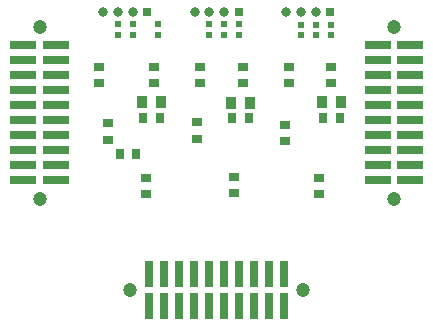
<source format=gbs>
G04 #@! TF.FileFunction,Soldermask,Bot*
%FSLAX46Y46*%
G04 Gerber Fmt 4.6, Leading zero omitted, Abs format (unit mm)*
G04 Created by KiCad (PCBNEW 4.0.2+e4-6225~38~ubuntu14.04.1-stable) date Tue 28 Jun 2016 16:34:31 BST*
%MOMM*%
G01*
G04 APERTURE LIST*
%ADD10C,0.100000*%
%ADD11R,0.800000X0.800000*%
%ADD12O,0.800000X0.800000*%
%ADD13R,2.220000X0.740000*%
%ADD14C,1.200000*%
%ADD15R,0.740000X2.220000*%
%ADD16R,0.900000X0.750000*%
%ADD17R,0.750000X0.900000*%
%ADD18R,0.950000X1.000000*%
%ADD19R,0.620000X0.620000*%
G04 APERTURE END LIST*
D10*
D11*
X109625000Y-91500000D03*
D12*
X108375000Y-91500000D03*
X107125000Y-91500000D03*
X105875000Y-91500000D03*
D11*
X101875000Y-91500000D03*
D12*
X100625000Y-91500000D03*
X99375000Y-91500000D03*
X98125000Y-91500000D03*
D11*
X94125000Y-91500000D03*
D12*
X92875000Y-91500000D03*
X91625000Y-91500000D03*
X90375000Y-91500000D03*
D13*
X83635000Y-94285000D03*
X86365000Y-94285000D03*
X83635000Y-95555000D03*
X86365000Y-95555000D03*
X83635000Y-96825000D03*
X86365000Y-96825000D03*
X83635000Y-98095000D03*
X86365000Y-98095000D03*
X83635000Y-99365000D03*
X86365000Y-99365000D03*
X83635000Y-100635000D03*
X86365000Y-100635000D03*
X83635000Y-101905000D03*
X86365000Y-101905000D03*
X83635000Y-103175000D03*
X86365000Y-103175000D03*
X83635000Y-104445000D03*
X86365000Y-104445000D03*
X83635000Y-105715000D03*
X86365000Y-105715000D03*
D14*
X85000000Y-107305000D03*
X85000000Y-92695000D03*
D13*
X113635000Y-94285000D03*
X116365000Y-94285000D03*
X113635000Y-95555000D03*
X116365000Y-95555000D03*
X113635000Y-96825000D03*
X116365000Y-96825000D03*
X113635000Y-98095000D03*
X116365000Y-98095000D03*
X113635000Y-99365000D03*
X116365000Y-99365000D03*
X113635000Y-100635000D03*
X116365000Y-100635000D03*
X113635000Y-101905000D03*
X116365000Y-101905000D03*
X113635000Y-103175000D03*
X116365000Y-103175000D03*
X113635000Y-104445000D03*
X116365000Y-104445000D03*
X113635000Y-105715000D03*
X116365000Y-105715000D03*
D14*
X115000000Y-107305000D03*
X115000000Y-92695000D03*
D15*
X94285000Y-116365000D03*
X94285000Y-113635000D03*
X95555000Y-116365000D03*
X95555000Y-113635000D03*
X96825000Y-116365000D03*
X96825000Y-113635000D03*
X98095000Y-116365000D03*
X98095000Y-113635000D03*
X99365000Y-116365000D03*
X99365000Y-113635000D03*
X100635000Y-116365000D03*
X100635000Y-113635000D03*
X101905000Y-116365000D03*
X101905000Y-113635000D03*
X103175000Y-116365000D03*
X103175000Y-113635000D03*
X104445000Y-116365000D03*
X104445000Y-113635000D03*
X105715000Y-116365000D03*
X105715000Y-113635000D03*
D14*
X107305000Y-115000000D03*
X92695000Y-115000000D03*
D16*
X102200000Y-96100000D03*
X102200000Y-97500000D03*
X94700000Y-96100000D03*
X94700000Y-97500000D03*
X109700000Y-96100000D03*
X109700000Y-97500000D03*
D17*
X93800000Y-100400000D03*
X95200000Y-100400000D03*
D16*
X90000000Y-97500000D03*
X90000000Y-96100000D03*
X98600000Y-97500000D03*
X98600000Y-96100000D03*
X98300000Y-100800000D03*
X98300000Y-102200000D03*
D17*
X109000000Y-100400000D03*
X110400000Y-100400000D03*
D16*
X90800000Y-100900000D03*
X90800000Y-102300000D03*
X101500000Y-105400000D03*
X101500000Y-106800000D03*
X105800000Y-101000000D03*
X105800000Y-102400000D03*
D17*
X101300000Y-100450000D03*
X102700000Y-100450000D03*
X91800000Y-103500000D03*
X93200000Y-103500000D03*
D16*
X106100000Y-97500000D03*
X106100000Y-96100000D03*
X108700000Y-105500000D03*
X108700000Y-106900000D03*
X94000000Y-105500000D03*
X94000000Y-106900000D03*
D18*
X95300000Y-99100000D03*
X93700000Y-99100000D03*
X110499999Y-99100000D03*
X108899999Y-99100000D03*
X102800000Y-99150000D03*
X101200000Y-99150000D03*
D19*
X91600000Y-93400000D03*
X91600000Y-92500000D03*
X92900000Y-93400000D03*
X92900000Y-92500000D03*
X101900000Y-93400000D03*
X101900000Y-92500000D03*
X99350000Y-93400000D03*
X99350000Y-92500000D03*
X100650000Y-93400000D03*
X100650000Y-92500000D03*
X95050000Y-93400000D03*
X95050000Y-92500000D03*
X107100000Y-93450000D03*
X107100000Y-92550000D03*
X108400000Y-93450000D03*
X108400000Y-92550000D03*
X109650000Y-93450000D03*
X109650000Y-92550000D03*
M02*

</source>
